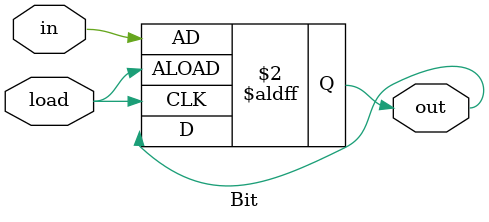
<source format=v>

module Bit (
    input wire in,       // Input value to be stored in the register
    input wire load,     // Control signal to determine loading behavior
    output reg out       // Output value of the register
);

    // Always block triggered on the positive edge of the load signal
    always @(posedge load or negedge load) begin
        // Check if the load signal is active (1)
        if (load) begin
            out <= in;  // Load the new input value into the output
        end
        // If load is 0, the output retains its current value (no action needed)
    end

endmodule
</source>
